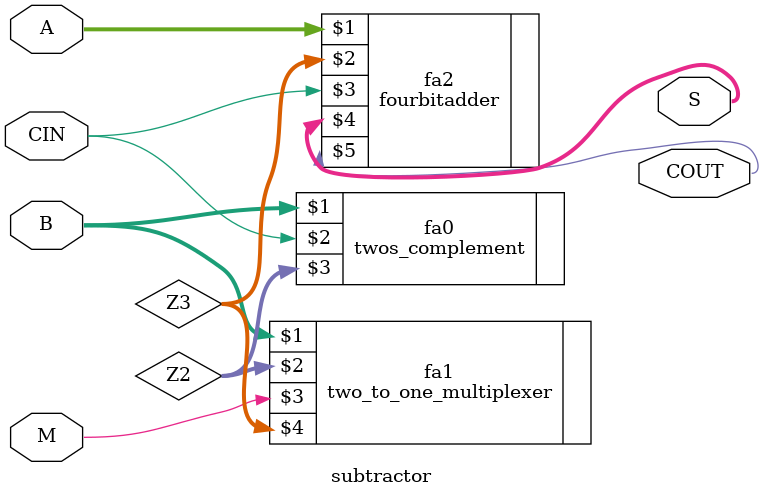
<source format=v>
`timescale 1ns / 1ps


module subtractor(
    input [3:0] A,
    input [3:0] B,
    input CIN,
    input M,
    output [3:0] S,
    output COUT
    //output Mled
    );
    
    wire [3:0] Z2;
    wire [3:0] Z3;
    
    //assign Mled = M;
    
    twos_complement fa0 (B[3:0],CIN, Z2[3:0]);
    two_to_one_multiplexer fa1 ( B[3:0], Z2[3:0], M, Z3[3:0]);
    fourbitadder fa2 ( A[3:0], Z3[3:0], CIN, S[3:0], COUT);
    
    
    
    
endmodule




</source>
